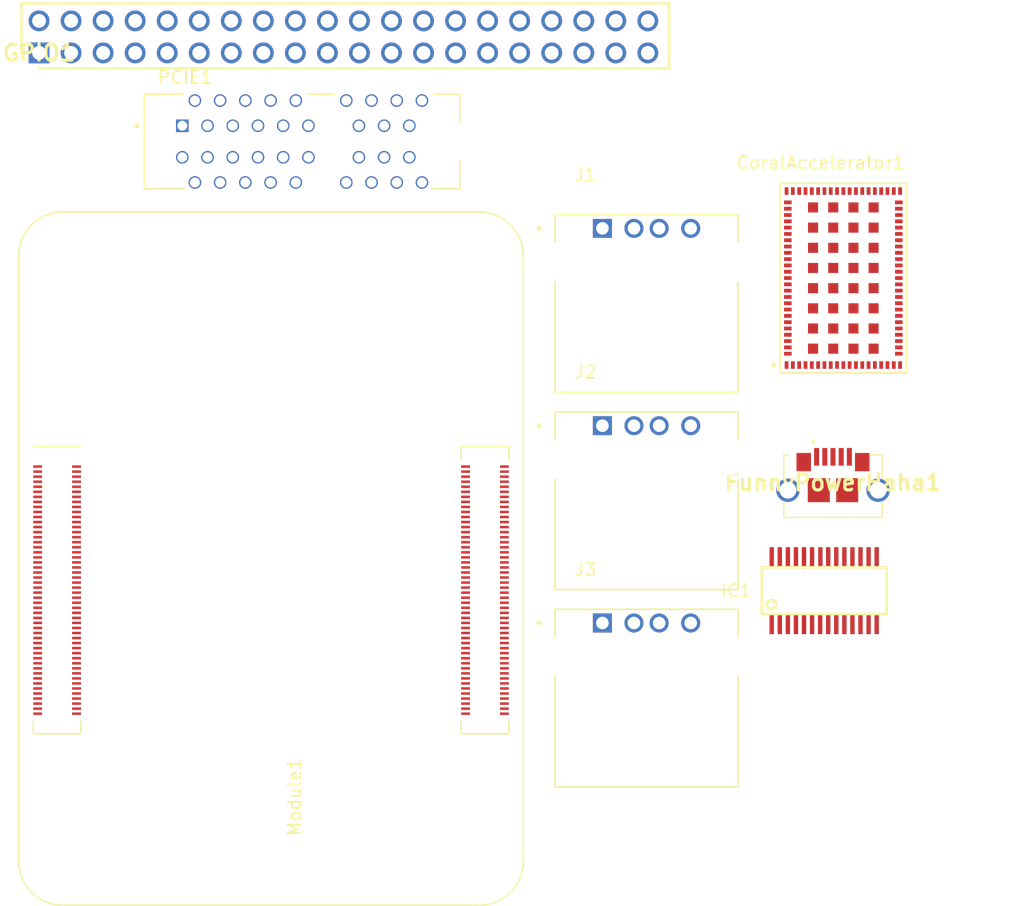
<source format=kicad_pcb>
(kicad_pcb (version 20240108) (generator "pcbnew") (generator_version "8.0")
  (layers (0 "F.Cu" signal) (31 "B.Cu" signal) (34 "B.Paste" user) (35 "F.Paste" user) (36 "B.SilkS" user "B.Silkscreen") (37 "F.SilkS" user "F.Silkscreen") (38 "B.Mask" user) (39 "F.Mask" user) (44 "Edge.Cuts" user))
  (net 0 "")
  (net 1 "GND")
  (net 3 "USB_SUB4_P")
  (net 7 "+3V3")
  (net 20 "USB_SUB4_N")
  (net 28 "+5V")
  (net 34 "GPIO_7")
  (net 36 "GPIO_2")
  (net 37 "GPIO_19")
  (net 39 "GPIO_24")
  (net 40 "GPIO_11")
  (net 42 "GPIO_10")
  (net 43 "GPIO_6")
  (net 45 "GPIO_3")
  (net 46 "GPIO_5")
  (net 47 "GPIO_26")
  (net 48 "GPIO_8")
  (net 49 "GPIO_25")
  (net 50 "GPIO_14")
  (net 51 "GPIO_9")
  (net 52 "GPIO_21")
  (net 54 "GPIO_23")
  (net 55 "GPIO_4")
  (net 56 "GPIO_12")
  (net 58 "GPIO_15")
  (net 59 "GPIO_18")
  (net 60 "GPIO_17")
  (net 62 "GPIO_13")
  (net 63 "GPIO_27")
  (net 64 "GPIO_16")
  (net 65 "GPIO_20")
  (net 66 "GPIO_22")
  (net 70 "USB_SUB3_N")
  (net 71 "USB_SUB1_P")
  (net 73 "USB_SUB2_N")
  (net 75 "USB_MAIN_N")
  (net 80 "USB_SUB3_P")
  (net 84 "USB_SUB1_N")
  (net 87 "BUS_3v3_Out")
  (net 89 "USB_SUB2_P")
  (net 92 "USB_MAIN_P")
  (net 145 "PCIE_Connector_RX_N")
  (net 148 "PCIE_CLK_N")
  (net 152 "PCIE_Connector_TX_P")
  (net 166 "PCIE_Connector_RX_P")
  (net 177 "PCIE_Connector_TX_N")
  (net 179 "PCIE_Reset")
  (net 194 "PCIE_CLK_P")
  (footprint "SeniorDesign_USB_BUS_FE1.1S:FE1.1S_SSOP-28" (layer "F.Cu") (at 114.4816 77.695)
    (property "Reference" "IC1" (at -6.985 0 180) (layer "F.SilkS"))
    (property "Value" "FE1.1S")
    (pad "1" smd rect (at -4.16 2.7) (size 0.35 1.5) (layers "F.Cu" "F.Paste" "F.Mask") (net 1 "GND"))
    (pad "2" smd rect (at -3.52 2.7) (size 0.35 1.5) (layers "F.Cu" "F.Paste" "F.Mask"))
    (pad "3" smd rect (at -2.88 2.7) (size 0.35 1.5) (layers "F.Cu" "F.Paste" "F.Mask"))
    (pad "4" smd rect (at -2.24 2.7) (size 0.35 1.5) (layers "F.Cu" "F.Paste" "F.Mask") (net 20 "USB_SUB4_N"))
    (pad "5" smd rect (at -1.6 2.7) (size 0.35 1.5) (layers "F.Cu" "F.Paste" "F.Mask") (net 3 "USB_SUB4_P"))
    (pad "6" smd rect (at -0.96 2.7) (size 0.35 1.5) (layers "F.Cu" "F.Paste" "F.Mask") (net 70 "USB_SUB3_N"))
    (pad "7" smd rect (at -0.32 2.7) (size 0.35 1.5) (layers "F.Cu" "F.Paste" "F.Mask") (net 80 "USB_SUB3_P"))
    (pad "8" smd rect (at 0.32 2.7) (size 0.35 1.5) (layers "F.Cu" "F.Paste" "F.Mask") (net 73 "USB_SUB2_N"))
    (pad "9" smd rect (at 0.96 2.7) (size 0.35 1.5) (layers "F.Cu" "F.Paste" "F.Mask") (net 89 "USB_SUB2_P"))
    (pad "10" smd rect (at 1.6 2.7) (size 0.35 1.5) (layers "F.Cu" "F.Paste" "F.Mask") (net 84 "USB_SUB1_N"))
    (pad "11" smd rect (at 2.24 2.7) (size 0.35 1.5) (layers "F.Cu" "F.Paste" "F.Mask") (net 71 "USB_SUB1_P"))
    (pad "12" smd rect (at 2.88 2.7) (size 0.35 1.5) (layers "F.Cu" "F.Paste" "F.Mask"))
    (pad "13" smd rect (at 3.52 2.7) (size 0.35 1.5) (layers "F.Cu" "F.Paste" "F.Mask"))
    (pad "14" smd rect (at 4.16 2.7) (size 0.35 1.5) (layers "F.Cu" "F.Paste" "F.Mask"))
    (pad "15" smd rect (at 4.16 -2.7) (size 0.35 1.5) (layers "F.Cu" "F.Paste" "F.Mask") (net 75 "USB_MAIN_N"))
    (pad "16" smd rect (at 3.52 -2.7) (size 0.35 1.5) (layers "F.Cu" "F.Paste" "F.Mask") (net 92 "USB_MAIN_P"))
    (pad "17" smd rect (at 2.88 -2.7) (size 0.35 1.5) (layers "F.Cu" "F.Paste" "F.Mask"))
    (pad "18" smd rect (at 2.24 -2.7) (size 0.35 1.5) (layers "F.Cu" "F.Paste" "F.Mask"))
    (pad "19" smd rect (at 1.6 -2.7) (size 0.35 1.5) (layers "F.Cu" "F.Paste" "F.Mask"))
    (pad "20" smd rect (at 0.96 -2.7) (size 0.35 1.5) (layers "F.Cu" "F.Paste" "F.Mask") (net 28 "+5V"))
    (pad "21" smd rect (at 0.32 -2.7) (size 0.35 1.5) (layers "F.Cu" "F.Paste" "F.Mask") (net 87 "BUS_3v3_Out"))
    (pad "22" smd rect (at -0.3 -2.7) (size 0.35 1.5) (layers "F.Cu" "F.Paste" "F.Mask"))
    (pad "23" smd rect (at -0.96 -2.7) (size 0.35 1.5) (layers "F.Cu" "F.Paste" "F.Mask"))
    (pad "24" smd rect (at -1.6 -2.7) (size 0.35 1.5) (layers "F.Cu" "F.Paste" "F.Mask"))
    (pad "25" smd rect (at -2.24 -2.7) (size 0.35 1.5) (layers "F.Cu" "F.Paste" "F.Mask"))
    (pad "26" smd rect (at -2.88 -2.7) (size 0.35 1.5) (layers "F.Cu" "F.Paste" "F.Mask"))
    (pad "27" smd rect (at -3.52 -2.7) (size 0.35 1.5) (layers "F.Cu" "F.Paste" "F.Mask"))
    (pad "28" smd rect (at -4.16 -2.7) (size 0.35 1.5) (layers "F.Cu" "F.Paste" "F.Mask"))
  )
  (footprint "SeniorDesign_USB-A1HSW6:OST_USB-A1HSW6" (layer "F.Cu") (at 100.4 51.67)
    (property "Reference" "J1" (at -4.835 -6.955 0) (layer "F.SilkS"))
    (property "Value" "USB-A1HSW6")
    (pad "" np_thru_hole circle (at -6.57 0) (size 2.38 2.38) (drill 2.38) (layers "*.Cu" "*.Mask"))
    (pad "" np_thru_hole circle (at 6.57 0) (size 2.38 2.38) (drill 2.38) (layers "*.Cu" "*.Mask"))
    (pad "1" thru_hole rect (at -3.5 -2.71) (size 1.508 1.508) (drill 1) (layers "*.Cu" "*.Mask") (net 87 "BUS_3v3_Out"))
    (pad "2" thru_hole circle (at -1 -2.71) (size 1.508 1.508) (drill 1) (layers "*.Cu" "*.Mask") (net 84 "USB_SUB1_N"))
    (pad "3" thru_hole circle (at 1 -2.71) (size 1.508 1.508) (drill 1) (layers "*.Cu" "*.Mask") (net 71 "USB_SUB1_P"))
    (pad "4" thru_hole circle (at 3.5 -2.71) (size 1.508 1.508) (drill 1) (layers "*.Cu" "*.Mask") (net 1 "GND"))
  )
  (footprint "SeniorDesign_PCIEConnector:AMPHENOL_10082378-11100TLF" (layer "F.Cu") (at 73.095 42.07)
    (property "Reference" "PCIE1" (at -9.28 -5.08 0) (layer "F.SilkS"))
    (property "Value" "10082378-11100TLF")
    (pad "" np_thru_hole circle (at 2.15 0) (size 2.4 2.4) (drill 2.4) (layers "*.Cu" "*.Mask"))
    (pad "" np_thru_hole circle (at 11.3 0) (size 2.4 2.4) (drill 2.4) (layers "*.Cu" "*.Mask"))
    (pad "A1" thru_hole rect (at -9.5 -1.25) (size 1 1) (drill 0.78) (layers "*.Cu" "*.Mask"))
    (pad "A2" thru_hole circle (at -8.5 -3.25) (size 1 1) (drill 0.78) (layers "*.Cu" "*.Mask"))
    (pad "A3" thru_hole circle (at -7.5 -1.25) (size 1 1) (drill 0.78) (layers "*.Cu" "*.Mask"))
    (pad "A4" thru_hole circle (at -6.5 -3.25) (size 1 1) (drill 0.78) (layers "*.Cu" "*.Mask") (net 1 "GND"))
    (pad "A5" thru_hole circle (at -5.5 -1.25) (size 1 1) (drill 0.78) (layers "*.Cu" "*.Mask"))
    (pad "A6" thru_hole circle (at -4.5 -3.25) (size 1 1) (drill 0.78) (layers "*.Cu" "*.Mask"))
    (pad "A7" thru_hole circle (at -3.5 -1.25) (size 1 1) (drill 0.78) (layers "*.Cu" "*.Mask"))
    (pad "A8" thru_hole circle (at -2.5 -3.25) (size 1 1) (drill 0.78) (layers "*.Cu" "*.Mask"))
    (pad "A9" thru_hole circle (at -1.5 -1.25) (size 1 1) (drill 0.78) (layers "*.Cu" "*.Mask") (net 7 "+3V3"))
    (pad "A10" thru_hole circle (at -0.5 -3.25) (size 1 1) (drill 0.78) (layers "*.Cu" "*.Mask") (net 7 "+3V3"))
    (pad "A11" thru_hole circle (at 0.5 -1.25) (size 1 1) (drill 0.78) (layers "*.Cu" "*.Mask") (net 179 "PCIE_Reset"))
    (pad "A12" thru_hole circle (at 3.5 -3.25) (size 1 1) (drill 0.78) (layers "*.Cu" "*.Mask") (net 1 "GND"))
    (pad "A13" thru_hole circle (at 4.5 -1.25) (size 1 1) (drill 0.78) (layers "*.Cu" "*.Mask") (net 194 "PCIE_CLK_P"))
    (pad "A14" thru_hole circle (at 5.5 -3.25) (size 1 1) (drill 0.78) (layers "*.Cu" "*.Mask") (net 148 "PCIE_CLK_N"))
    (pad "A15" thru_hole circle (at 6.5 -1.25) (size 1 1) (drill 0.78) (layers "*.Cu" "*.Mask") (net 1 "GND"))
    (pad "A16" thru_hole circle (at 7.5 -3.25) (size 1 1) (drill 0.78) (layers "*.Cu" "*.Mask") (net 166 "PCIE_Connector_RX_P"))
    (pad "A17" thru_hole circle (at 8.5 -1.25) (size 1 1) (drill 0.78) (layers "*.Cu" "*.Mask") (net 145 "PCIE_Connector_RX_N"))
    (pad "A18" thru_hole circle (at 9.5 -3.25) (size 1 1) (drill 0.78) (layers "*.Cu" "*.Mask") (net 1 "GND"))
    (pad "B1" thru_hole circle (at -9.5 1.25) (size 1 1) (drill 0.78) (layers "*.Cu" "*.Mask"))
    (pad "B2" thru_hole circle (at -8.5 3.25) (size 1 1) (drill 0.78) (layers "*.Cu" "*.Mask"))
    (pad "B3" thru_hole circle (at -7.5 1.25) (size 1 1) (drill 0.78) (layers "*.Cu" "*.Mask"))
    (pad "B4" thru_hole circle (at -6.5 3.25) (size 1 1) (drill 0.78) (layers "*.Cu" "*.Mask") (net 1 "GND"))
    (pad "B5" thru_hole circle (at -5.5 1.25) (size 1 1) (drill 0.78) (layers "*.Cu" "*.Mask"))
    (pad "B6" thru_hole circle (at -4.5 3.25) (size 1 1) (drill 0.78) (layers "*.Cu" "*.Mask"))
    (pad "B7" thru_hole circle (at -3.5 1.25) (size 1 1) (drill 0.78) (layers "*.Cu" "*.Mask"))
    (pad "B8" thru_hole circle (at -2.5 3.25) (size 1 1) (drill 0.78) (layers "*.Cu" "*.Mask") (net 7 "+3V3"))
    (pad "B9" thru_hole circle (at -1.5 1.25) (size 1 1) (drill 0.78) (layers "*.Cu" "*.Mask"))
    (pad "B10" thru_hole circle (at -0.5 3.25) (size 1 1) (drill 0.78) (layers "*.Cu" "*.Mask") (net 7 "+3V3"))
    (pad "B11" thru_hole circle (at 0.5 1.25) (size 1 1) (drill 0.78) (layers "*.Cu" "*.Mask"))
    (pad "B12" thru_hole circle (at 3.5 3.25) (size 1 1) (drill 0.78) (layers "*.Cu" "*.Mask"))
    (pad "B13" thru_hole circle (at 4.5 1.25) (size 1 1) (drill 0.78) (layers "*.Cu" "*.Mask") (net 1 "GND"))
    (pad "B14" thru_hole circle (at 5.5 3.25) (size 1 1) (drill 0.78) (layers "*.Cu" "*.Mask") (net 152 "PCIE_Connector_TX_P"))
    (pad "B15" thru_hole circle (at 6.5 1.25) (size 1 1) (drill 0.78) (layers "*.Cu" "*.Mask") (net 177 "PCIE_Connector_TX_N"))
    (pad "B16" thru_hole circle (at 7.5 3.25) (size 1 1) (drill 0.78) (layers "*.Cu" "*.Mask") (net 1 "GND"))
    (pad "B17" thru_hole circle (at 8.5 1.25) (size 1 1) (drill 0.78) (layers "*.Cu" "*.Mask"))
    (pad "B18" thru_hole circle (at 9.5 3.25) (size 1 1) (drill 0.78) (layers "*.Cu" "*.Mask") (net 1 "GND"))
  )
  (footprint "SeniorDesign_CM4IO:Raspberry-Pi-4-Compute-Module" (layer "F.Cu") (at 54.13 99.155)
    (property "Reference" "Module1" (at 18.38 -5.08 -90) (layer "F.SilkS"))
    (property "Value" "ComputeModule4-CM4")
    (pad "" np_thru_hole circle (at 0 -48) (size 2.7 2.7) (drill 2.7) (layers "*.Cu" "*.Mask") (clearance 1.7))
    (pad "" np_thru_hole circle (at 0 0) (size 2.7 2.7) (drill 2.7) (layers "*.Cu" "*.Mask") (clearance 1.7))
    (pad "" np_thru_hole circle (at 33 -48) (size 2.7 2.7) (drill 2.7) (layers "*.Cu" "*.Mask") (clearance 1.7))
    (pad "" np_thru_hole circle (at 33 0) (size 2.7 2.7) (drill 2.7) (layers "*.Cu" "*.Mask") (clearance 1.7))
    (pad "1" smd rect (at -2 -31.3 270) (size 0.2 0.7) (layers "F.Cu" "F.Paste" "F.Mask") (net 1 "GND"))
    (pad "2" smd rect (at 1.08 -31.3 270) (size 0.2 0.7) (layers "F.Cu" "F.Paste" "F.Mask") (net 1 "GND"))
    (pad "3" smd rect (at -2 -30.9 270) (size 0.2 0.7) (layers "F.Cu" "F.Paste" "F.Mask"))
    (pad "4" smd rect (at 1.08 -30.9 270) (size 0.2 0.7) (layers "F.Cu" "F.Paste" "F.Mask"))
    (pad "5" smd rect (at -2 -30.5 270) (size 0.2 0.7) (layers "F.Cu" "F.Paste" "F.Mask"))
    (pad "6" smd rect (at 1.08 -30.5 270) (size 0.2 0.7) (layers "F.Cu" "F.Paste" "F.Mask"))
    (pad "7" smd rect (at -2 -30.1 270) (size 0.2 0.7) (layers "F.Cu" "F.Paste" "F.Mask") (net 1 "GND"))
    (pad "8" smd rect (at 1.08 -30.1 270) (size 0.2 0.7) (layers "F.Cu" "F.Paste" "F.Mask") (net 1 "GND"))
    (pad "9" smd rect (at -2 -29.7 270) (size 0.2 0.7) (layers "F.Cu" "F.Paste" "F.Mask"))
    (pad "10" smd rect (at 1.08 -29.7 270) (size 0.2 0.7) (layers "F.Cu" "F.Paste" "F.Mask"))
    (pad "11" smd rect (at -2 -29.3 270) (size 0.2 0.7) (layers "F.Cu" "F.Paste" "F.Mask"))
    (pad "12" smd rect (at 1.08 -29.3 270) (size 0.2 0.7) (layers "F.Cu" "F.Paste" "F.Mask"))
    (pad "13" smd rect (at -2 -28.9 270) (size 0.2 0.7) (layers "F.Cu" "F.Paste" "F.Mask") (net 1 "GND"))
    (pad "14" smd rect (at 1.08 -28.9 270) (size 0.2 0.7) (layers "F.Cu" "F.Paste" "F.Mask") (net 1 "GND"))
    (pad "15" smd rect (at -2 -28.5 270) (size 0.2 0.7) (layers "F.Cu" "F.Paste" "F.Mask"))
    (pad "16" smd rect (at 1.08 -28.5 270) (size 0.2 0.7) (layers "F.Cu" "F.Paste" "F.Mask"))
    (pad "17" smd rect (at -2 -28.1 270) (size 0.2 0.7) (layers "F.Cu" "F.Paste" "F.Mask"))
    (pad "18" smd rect (at 1.08 -28.1 270) (size 0.2 0.7) (layers "F.Cu" "F.Paste" "F.Mask"))
    (pad "19" smd rect (at -2 -27.7 270) (size 0.2 0.7) (layers "F.Cu" "F.Paste" "F.Mask"))
    (pad "20" smd rect (at 1.08 -27.7 270) (size 0.2 0.7) (layers "F.Cu" "F.Paste" "F.Mask"))
    (pad "21" smd rect (at -2 -27.3 270) (size 0.2 0.7) (layers "F.Cu" "F.Paste" "F.Mask"))
    (pad "22" smd rect (at 1.08 -27.3 270) (size 0.2 0.7) (layers "F.Cu" "F.Paste" "F.Mask") (net 1 "GND"))
    (pad "23" smd rect (at -2 -26.9 270) (size 0.2 0.7) (layers "F.Cu" "F.Paste" "F.Mask") (net 1 "GND"))
    (pad "24" smd rect (at 1.08 -26.9 270) (size 0.2 0.7) (layers "F.Cu" "F.Paste" "F.Mask") (net 47 "GPIO_26"))
    (pad "25" smd rect (at -2 -26.5 270) (size 0.2 0.7) (layers "F.Cu" "F.Paste" "F.Mask") (net 52 "GPIO_21"))
    (pad "26" smd rect (at 1.08 -26.5 270) (size 0.2 0.7) (layers "F.Cu" "F.Paste" "F.Mask") (net 37 "GPIO_19"))
    (pad "27" smd rect (at -2 -26.1 270) (size 0.2 0.7) (layers "F.Cu" "F.Paste" "F.Mask") (net 65 "GPIO_20"))
    (pad "28" smd rect (at 1.08 -26.1 270) (size 0.2 0.7) (layers "F.Cu" "F.Paste" "F.Mask") (net 62 "GPIO_13"))
    (pad "29" smd rect (at -2 -25.7 270) (size 0.2 0.7) (layers "F.Cu" "F.Paste" "F.Mask") (net 64 "GPIO_16"))
    (pad "30" smd rect (at 1.08 -25.7 270) (size 0.2 0.7) (layers "F.Cu" "F.Paste" "F.Mask") (net 43 "GPIO_6"))
    (pad "31" smd rect (at -2 -25.3 270) (size 0.2 0.7) (layers "F.Cu" "F.Paste" "F.Mask") (net 56 "GPIO_12"))
    (pad "32" smd rect (at 1.08 -25.3 270) (size 0.2 0.7) (layers "F.Cu" "F.Paste" "F.Mask") (net 1 "GND"))
    (pad "33" smd rect (at -2 -24.9 270) (size 0.2 0.7) (layers "F.Cu" "F.Paste" "F.Mask") (net 1 "GND"))
    (pad "34" smd rect (at 1.08 -24.9 270) (size 0.2 0.7) (layers "F.Cu" "F.Paste" "F.Mask") (net 46 "GPIO_5"))
    (pad "35" smd rect (at -2 -24.5 270) (size 0.2 0.7) (layers "F.Cu" "F.Paste" "F.Mask"))
    (pad "36" smd rect (at 1.08 -24.5 270) (size 0.2 0.7) (layers "F.Cu" "F.Paste" "F.Mask"))
    (pad "37" smd rect (at -2 -24.1 270) (size 0.2 0.7) (layers "F.Cu" "F.Paste" "F.Mask") (net 34 "GPIO_7"))
    (pad "38" smd rect (at 1.08 -24.1 270) (size 0.2 0.7) (layers "F.Cu" "F.Paste" "F.Mask") (net 40 "GPIO_11"))
    (pad "39" smd rect (at -2 -23.7 270) (size 0.2 0.7) (layers "F.Cu" "F.Paste" "F.Mask") (net 48 "GPIO_8"))
    (pad "40" smd rect (at 1.08 -23.7 270) (size 0.2 0.7) (layers "F.Cu" "F.Paste" "F.Mask") (net 51 "GPIO_9"))
    (pad "41" smd rect (at -2 -23.3 270) (size 0.2 0.7) (layers "F.Cu" "F.Paste" "F.Mask") (net 49 "GPIO_25"))
    (pad "42" smd rect (at 1.08 -23.3 270) (size 0.2 0.7) (layers "F.Cu" "F.Paste" "F.Mask") (net 1 "GND"))
    (pad "43" smd rect (at -2 -22.9 270) (size 0.2 0.7) (layers "F.Cu" "F.Paste" "F.Mask") (net 1 "GND"))
    (pad "44" smd rect (at 1.08 -22.9 270) (size 0.2 0.7) (layers "F.Cu" "F.Paste" "F.Mask") (net 42 "GPIO_10"))
    (pad "45" smd rect (at -2 -22.5 270) (size 0.2 0.7) (layers "F.Cu" "F.Paste" "F.Mask") (net 39 "GPIO_24"))
    (pad "46" smd rect (at 1.08 -22.5 270) (size 0.2 0.7) (layers "F.Cu" "F.Paste" "F.Mask") (net 66 "GPIO_22"))
    (pad "47" smd rect (at -2 -22.1 270) (size 0.2 0.7) (layers "F.Cu" "F.Paste" "F.Mask") (net 54 "GPIO_23"))
    (pad "48" smd rect (at 1.08 -22.1 270) (size 0.2 0.7) (layers "F.Cu" "F.Paste" "F.Mask") (net 63 "GPIO_27"))
    (pad "49" smd rect (at -2 -21.7 270) (size 0.2 0.7) (layers "F.Cu" "F.Paste" "F.Mask") (net 59 "GPIO_18"))
    (pad "50" smd rect (at 1.08 -21.7 270) (size 0.2 0.7) (layers "F.Cu" "F.Paste" "F.Mask") (net 60 "GPIO_17"))
    (pad "51" smd rect (at -2 -21.3 270) (size 0.2 0.7) (layers "F.Cu" "F.Paste" "F.Mask") (net 58 "GPIO_15"))
    (pad "52" smd rect (at 1.08 -21.3 270) (size 0.2 0.7) (layers "F.Cu" "F.Paste" "F.Mask") (net 1 "GND"))
    (pad "53" smd rect (at -2 -20.9 270) (size 0.2 0.7) (layers "F.Cu" "F.Paste" "F.Mask") (net 1 "GND"))
    (pad "54" smd rect (at 1.08 -20.9 270) (size 0.2 0.7) (layers "F.Cu" "F.Paste" "F.Mask") (net 55 "GPIO_4"))
    (pad "55" smd rect (at -2 -20.5 270) (size 0.2 0.7) (layers "F.Cu" "F.Paste" "F.Mask") (net 50 "GPIO_14"))
    (pad "56" smd rect (at 1.08 -20.5 270) (size 0.2 0.7) (layers "F.Cu" "F.Paste" "F.Mask") (net 45 "GPIO_3"))
    (pad "57" smd rect (at -2 -20.1 270) (size 0.2 0.7) (layers "F.Cu" "F.Paste" "F.Mask"))
    (pad "58" smd rect (at 1.08 -20.1 270) (size 0.2 0.7) (layers "F.Cu" "F.Paste" "F.Mask") (net 36 "GPIO_2"))
    (pad "59" smd rect (at -2 -19.7 270) (size 0.2 0.7) (layers "F.Cu" "F.Paste" "F.Mask") (net 1 "GND"))
    (pad "60" smd rect (at 1.08 -19.7 270) (size 0.2 0.7) (layers "F.Cu" "F.Paste" "F.Mask") (net 1 "GND"))
    (pad "61" smd rect (at -2 -19.3 270) (size 0.2 0.7) (layers "F.Cu" "F.Paste" "F.Mask"))
    (pad "62" smd rect (at 1.08 -19.3 270) (size 0.2 0.7) (layers "F.Cu" "F.Paste" "F.Mask"))
    (pad "63" smd rect (at -2 -18.9 270) (size 0.2 0.7) (layers "F.Cu" "F.Paste" "F.Mask"))
    (pad "64" smd rect (at 1.08 -18.9 270) (size 0.2 0.7) (layers "F.Cu" "F.Paste" "F.Mask"))
    (pad "65" smd rect (at -2 -18.5 270) (size 0.2 0.7) (layers "F.Cu" "F.Paste" "F.Mask") (net 1 "GND"))
    (pad "66" smd rect (at 1.08 -18.5 270) (size 0.2 0.7) (layers "F.Cu" "F.Paste" "F.Mask") (net 1 "GND"))
    (pad "67" smd rect (at -2 -18.1 270) (size 0.2 0.7) (layers "F.Cu" "F.Paste" "F.Mask"))
    (pad "68" smd rect (at 1.08 -18.1 270) (size 0.2 0.7) (layers "F.Cu" "F.Paste" "F.Mask"))
    (pad "69" smd rect (at -2 -17.7 270) (size 0.2 0.7) (layers "F.Cu" "F.Paste" "F.Mask"))
    (pad "70" smd rect (at 1.08 -17.7 270) (size 0.2 0.7) (layers "F.Cu" "F.Paste" "F.Mask"))
    (pad "71" smd rect (at -2 -17.3 270) (size 0.2 0.7) (layers "F.Cu" "F.Paste" "F.Mask") (net 1 "GND"))
    (pad "72" smd rect (at 1.08 -17.3 270) (size 0.2 0.7) (layers "F.Cu" "F.Paste" "F.Mask"))
    (pad "73" smd rect (at -2 -16.9 270) (size 0.2 0.7) (layers "F.Cu" "F.Paste" "F.Mask"))
    (pad "74" smd rect (at 1.08 -16.9 270) (size 0.2 0.7) (layers "F.Cu" "F.Paste" "F.Mask") (net 1 "GND"))
    (pad "75" smd rect (at -2 -16.5 270) (size 0.2 0.7) (layers "F.Cu" "F.Paste" "F.Mask"))
    (pad "76" smd rect (at 1.08 -16.5 270) (size 0.2 0.7) (layers "F.Cu" "F.Paste" "F.Mask"))
    (pad "77" smd rect (at -2 -16.1 270) (size 0.2 0.7) (layers "F.Cu" "F.Paste" "F.Mask"))
    (pad "78" smd rect (at 1.08 -16.1 270) (size 0.2 0.7) (layers "F.Cu" "F.Paste" "F.Mask"))
    (pad "79" smd rect (at -2 -15.7 270) (size 0.2 0.7) (layers "F.Cu" "F.Paste" "F.Mask") (net 28 "+5V"))
    (pad "80" smd rect (at 1.08 -15.7 270) (size 0.2 0.7) (layers "F.Cu" "F.Paste" "F.Mask"))
    (pad "81" smd rect (at -2 -15.3 270) (size 0.2 0.7) (layers "F.Cu" "F.Paste" "F.Mask"))
    (pad "82" smd rect (at 1.08 -15.3 270) (size 0.2 0.7) (layers "F.Cu" "F.Paste" "F.Mask"))
    (pad "83" smd rect (at -2 -14.9 270) (size 0.2 0.7) (layers "F.Cu" "F.Paste" "F.Mask"))
    (pad "84" smd rect (at 1.08 -14.9 270) (size 0.2 0.7) (layers "F.Cu" "F.Paste" "F.Mask"))
    (pad "85" smd rect (at -2 -14.5 270) (size 0.2 0.7) (layers "F.Cu" "F.Paste" "F.Mask"))
    (pad "86" smd rect (at 1.08 -14.5 270) (size 0.2 0.7) (layers "F.Cu" "F.Paste" "F.Mask") (net 7 "+3V3"))
    (pad "87" smd rect (at -2 -14.1 270) (size 0.2 0.7) (layers "F.Cu" "F.Paste" "F.Mask"))
    (pad "88" smd rect (at 1.08 -14.1 270) (size 0.2 0.7) (layers "F.Cu" "F.Paste" "F.Mask"))
    (pad "89" smd rect (at -2 -13.7 270) (size 0.2 0.7) (layers "F.Cu" "F.Paste" "F.Mask"))
    (pad "90" smd rect (at 1.08 -13.7 270) (size 0.2 0.7) (layers "F.Cu" "F.Paste" "F.Mask"))
    (pad "91" smd rect (at -2 -13.3 270) (size 0.2 0.7) (layers "F.Cu" "F.Paste" "F.Mask"))
    (pad "92" smd rect (at 1.08 -13.3 270) (size 0.2 0.7) (layers "F.Cu" "F.Paste" "F.Mask"))
    (pad "93" smd rect (at -2 -12.9 270) (size 0.2 0.7) (layers "F.Cu" "F.Paste" "F.Mask"))
    (pad "94" smd rect (at 1.08 -12.9 270) (size 0.2 0.7) (layers "F.Cu" "F.Paste" "F.Mask"))
    (pad "95" smd rect (at -2 -12.5 270) (size 0.2 0.7) (layers "F.Cu" "F.Paste" "F.Mask"))
    (pad "96" smd rect (at 1.08 -12.5 270) (size 0.2 0.7) (layers "F.Cu" "F.Paste" "F.Mask"))
    (pad "97" smd rect (at -2 -12.1 270) (size 0.2 0.7) (layers "F.Cu" "F.Paste" "F.Mask"))
    (pad "98" smd rect (at 1.08 -12.1 270) (size 0.2 0.7) (layers "F.Cu" "F.Paste" "F.Mask") (net 1 "GND"))
    (pad "99" smd rect (at -2 -11.7 270) (size 0.2 0.7) (layers "F.Cu" "F.Paste" "F.Mask"))
    (pad "100" smd rect (at 1.08 -11.7 270) (size 0.2 0.7) (layers "F.Cu" "F.Paste" "F.Mask"))
    (pad "101" smd rect (at 31.92 -31.3 270) (size 0.2 0.7) (layers "F.Cu" "F.Paste" "F.Mask"))
    (pad "102" smd rect (at 35 -31.3 270) (size 0.2 0.7) (layers "F.Cu" "F.Paste" "F.Mask"))
    (pad "103" smd rect (at 31.92 -30.9 270) (size 0.2 0.7) (layers "F.Cu" "F.Paste" "F.Mask") (net 75 "USB_MAIN_N"))
    (pad "104" smd rect (at 35 -30.9 270) (size 0.2 0.7) (layers "F.Cu" "F.Paste" "F.Mask"))
    (pad "105" smd rect (at 31.92 -30.5 270) (size 0.2 0.7) (layers "F.Cu" "F.Paste" "F.Mask") (net 92 "USB_MAIN_P"))
    (pad "106" smd rect (at 35 -30.5 270) (size 0.2 0.7) (layers "F.Cu" "F.Paste" "F.Mask"))
    (pad "107" smd rect (at 31.92 -30.1 270) (size 0.2 0.7) (layers "F.Cu" "F.Paste" "F.Mask") (net 1 "GND"))
    (pad "108" smd rect (at 35 -30.1 270) (size 0.2 0.7) (layers "F.Cu" "F.Paste" "F.Mask") (net 1 "GND"))
    (pad "109" smd rect (at 31.92 -29.7 270) (size 0.2 0.7) (layers "F.Cu" "F.Paste" "F.Mask") (net 179 "PCIE_Reset"))
    (pad "110" smd rect (at 35 -29.7 270) (size 0.2 0.7) (layers "F.Cu" "F.Paste" "F.Mask") (net 194 "PCIE_CLK_P"))
    (pad "111" smd rect (at 31.92 -29.3 270) (size 0.2 0.7) (layers "F.Cu" "F.Paste" "F.Mask"))
    (pad "112" smd rect (at 35 -29.3 270) (size 0.2 0.7) (layers "F.Cu" "F.Paste" "F.Mask") (net 148 "PCIE_CLK_N"))
    (pad "113" smd rect (at 31.92 -28.9 270) (size 0.2 0.7) (layers "F.Cu" "F.Paste" "F.Mask") (net 1 "GND"))
    (pad "114" smd rect (at 35 -28.9 270) (size 0.2 0.7) (layers "F.Cu" "F.Paste" "F.Mask") (net 1 "GND"))
    (pad "115" smd rect (at 31.92 -28.5 270) (size 0.2 0.7) (layers "F.Cu" "F.Paste" "F.Mask"))
    (pad "116" smd rect (at 35 -28.5 270) (size 0.2 0.7) (layers "F.Cu" "F.Paste" "F.Mask") (net 152 "PCIE_Connector_TX_P"))
    (pad "117" smd rect (at 31.92 -28.1 270) (size 0.2 0.7) (layers "F.Cu" "F.Paste" "F.Mask"))
    (pad "118" smd rect (at 35 -28.1 270) (size 0.2 0.7) (layers "F.Cu" "F.Paste" "F.Mask") (net 177 "PCIE_Connector_TX_N"))
    (pad "119" smd rect (at 31.92 -27.7 270) (size 0.2 0.7) (layers "F.Cu" "F.Paste" "F.Mask") (net 1 "GND"))
    (pad "120" smd rect (at 35 -27.7 270) (size 0.2 0.7) (layers "F.Cu" "F.Paste" "F.Mask") (net 1 "GND"))
    (pad "121" smd rect (at 31.92 -27.3 270) (size 0.2 0.7) (layers "F.Cu" "F.Paste" "F.Mask"))
    (pad "122" smd rect (at 35 -27.3 270) (size 0.2 0.7) (layers "F.Cu" "F.Paste" "F.Mask") (net 166 "PCIE_Connector_RX_P"))
    (pad "123" smd rect (at 31.92 -26.9 270) (size 0.2 0.7) (layers "F.Cu" "F.Paste" "F.Mask"))
    (pad "124" smd rect (at 35 -26.9 270) (size 0.2 0.7) (layers "F.Cu" "F.Paste" "F.Mask") (net 145 "PCIE_Connector_RX_N"))
    (pad "125" smd rect (at 31.92 -26.5 270) (size 0.2 0.7) (layers "F.Cu" "F.Paste" "F.Mask") (net 1 "GND"))
    (pad "126" smd rect (at 35 -26.5 270) (size 0.2 0.7) (layers "F.Cu" "F.Paste" "F.Mask") (net 1 "GND"))
    (pad "127" smd rect (at 31.92 -26.1 270) (size 0.2 0.7) (layers "F.Cu" "F.Paste" "F.Mask"))
    (pad "128" smd rect (at 35 -26.1 270) (size 0.2 0.7) (layers "F.Cu" "F.Paste" "F.Mask"))
    (pad "129" smd rect (at 31.92 -25.7 270) (size 0.2 0.7) (layers "F.Cu" "F.Paste" "F.Mask"))
    (pad "130" smd rect (at 35 -25.7 270) (size 0.2 0.7) (layers "F.Cu" "F.Paste" "F.Mask"))
    (pad "131" smd rect (at 31.92 -25.3 270) (size 0.2 0.7) (layers "F.Cu" "F.Paste" "F.Mask") (net 1 "GND"))
    (pad "132" smd rect (at 35 -25.3 270) (size 0.2 0.7) (layers "F.Cu" "F.Paste" "F.Mask") (net 1 "GND"))
    (pad "133" smd rect (at 31.92 -24.9 270) (size 0.2 0.7) (layers "F.Cu" "F.Paste" "F.Mask"))
    (pad "134" smd rect (at 35 -24.9 270) (size 0.2 0.7) (layers "F.Cu" "F.Paste" "F.Mask"))
    (pad "135" smd rect (at 31.92 -24.5 270) (size 0.2 0.7) (layers "F.Cu" "F.Paste" "F.Mask"))
    (pad "136" smd rect (at 35 -24.5 270) (size 0.2 0.7) (layers "F.Cu" "F.Paste" "F.Mask"))
    (pad "137" smd rect (at 31.92 -24.1 270) (size 0.2 0.7) (layers "F.Cu" "F.Paste" "F.Mask") (net 1 "GND"))
    (pad "138" smd rect (at 35 -24.1 270) (size 0.2 0.7) (layers "F.Cu" "F.Paste" "F.Mask") (net 1 "GND"))
    (pad "139" smd rect (at 31.92 -23.7 270) (size 0.2 0.7) (layers "F.Cu" "F.Paste" "F.Mask"))
    (pad "140" smd rect (at 35 -23.7 270) (size 0.2 0.7) (layers "F.Cu" "F.Paste" "F.Mask"))
    (pad "141" smd rect (at 31.92 -23.3 270) (size 0.2 0.7) (layers "F.Cu" "F.Paste" "F.Mask"))
    (pad "142" smd rect (at 35 -23.3 270) (size 0.2 0.7) (layers "F.Cu" "F.Paste" "F.Mask"))
    (pad "143" smd rect (at 31.92 -22.9 270) (size 0.2 0.7) (layers "F.Cu" "F.Paste" "F.Mask"))
    (pad "144" smd rect (at 35 -22.9 270) (size 0.2 0.7) (layers "F.Cu" "F.Paste" "F.Mask") (net 1 "GND"))
    (pad "145" smd rect (at 31.92 -22.5 270) (size 0.2 0.7) (layers "F.Cu" "F.Paste" "F.Mask"))
    (pad "146" smd rect (at 35 -22.5 270) (size 0.2 0.7) (layers "F.Cu" "F.Paste" "F.Mask"))
    (pad "147" smd rect (at 31.92 -22.1 270) (size 0.2 0.7) (layers "F.Cu" "F.Paste" "F.Mask"))
    (pad "148" smd rect (at 35 -22.1 270) (size 0.2 0.7) (layers "F.Cu" "F.Paste" "F.Mask"))
    (pad "149" smd rect (at 31.92 -21.7 270) (size 0.2 0.7) (layers "F.Cu" "F.Paste" "F.Mask"))
    (pad "150" smd rect (at 35 -21.7 270) (size 0.2 0.7) (layers "F.Cu" "F.Paste" "F.Mask") (net 1 "GND"))
    (pad "151" smd rect (at 31.92 -21.3 270) (size 0.2 0.7) (layers "F.Cu" "F.Paste" "F.Mask"))
    (pad "152" smd rect (at 35 -21.3 270) (size 0.2 0.7) (layers "F.Cu" "F.Paste" "F.Mask"))
    (pad "153" smd rect (at 31.92 -20.9 270) (size 0.2 0.7) (layers "F.Cu" "F.Paste" "F.Mask"))
    (pad "154" smd rect (at 35 -20.9 270) (size 0.2 0.7) (layers "F.Cu" "F.Paste" "F.Mask"))
    (pad "155" smd rect (at 31.92 -20.5 270) (size 0.2 0.7) (layers "F.Cu" "F.Paste" "F.Mask") (net 1 "GND"))
    (pad "156" smd rect (at 35 -20.5 270) (size 0.2 0.7) (layers "F.Cu" "F.Paste" "F.Mask") (net 1 "GND"))
    (pad "157" smd rect (at 31.92 -20.1 270) (size 0.2 0.7) (layers "F.Cu" "F.Paste" "F.Mask"))
    (pad "158" smd rect (at 35 -20.1 270) (size 0.2 0.7) (layers "F.Cu" "F.Paste" "F.Mask"))
    (pad "159" smd rect (at 31.92 -19.7 270) (size 0.2 0.7) (layers "F.Cu" "F.Paste" "F.Mask"))
    (pad "160" smd rect (at 35 -19.7 270) (size 0.2 0.7) (layers "F.Cu" "F.Paste" "F.Mask"))
    (pad "161" smd rect (at 31.92 -19.3 270) (size 0.2 0.7) (layers "F.Cu" "F.Paste" "F.Mask") (net 1 "GND"))
    (pad "162" smd rect (at 35 -19.3 270) (size 0.2 0.7) (layers "F.Cu" "F.Paste" "F.Mask") (net 1 "GND"))
    (pad "163" smd rect (at 31.92 -18.9 270) (size 0.2 0.7) (layers "F.Cu" "F.Paste" "F.Mask"))
    (pad "164" smd rect (at 35 -18.9 270) (size 0.2 0.7) (layers "F.Cu" "F.Paste" "F.Mask"))
    (pad "165" smd rect (at 31.92 -18.5 270) (size 0.2 0.7) (layers "F.Cu" "F.Paste" "F.Mask"))
    (pad "166" smd rect (at 35 -18.5 270) (size 0.2 0.7) (layers "F.Cu" "F.Paste" "F.Mask"))
    (pad "167" smd rect (at 31.92 -18.1 270) (size 0.2 0.7) (layers "F.Cu" "F.Paste" "F.Mask") (net 1 "GND"))
    (pad "168" smd rect (at 35 -18.1 270) (size 0.2 0.7) (layers "F.Cu" "F.Paste" "F.Mask") (net 1 "GND"))
    (pad "169" smd rect (at 31.92 -17.7 270) (size 0.2 0.7) (layers "F.Cu" "F.Paste" "F.Mask"))
    (pad "170" smd rect (at 35 -17.7 270) (size 0.2 0.7) (layers "F.Cu" "F.Paste" "F.Mask"))
    (pad "171" smd rect (at 31.92 -17.3 270) (size 0.2 0.7) (layers "F.Cu" "F.Paste" "F.Mask"))
    (pad "172" smd rect (at 35 -17.3 270) (size 0.2 0.7) (layers "F.Cu" "F.Paste" "F.Mask"))
    (pad "173" smd rect (at 31.92 -16.9 270) (size 0.2 0.7) (layers "F.Cu" "F.Paste" "F.Mask") (net 1 "GND"))
    (pad "174" smd rect (at 35 -16.9 270) (size 0.2 0.7) (layers "F.Cu" "F.Paste" "F.Mask") (net 1 "GND"))
    (pad "175" smd rect (at 31.92 -16.5 270) (size 0.2 0.7) (layers "F.Cu" "F.Paste" "F.Mask"))
    (pad "176" smd rect (at 35 -16.5 270) (size 0.2 0.7) (layers "F.Cu" "F.Paste" "F.Mask"))
    (pad "177" smd rect (at 31.92 -16.1 270) (size 0.2 0.7) (layers "F.Cu" "F.Paste" "F.Mask"))
    (pad "178" smd rect (at 35 -16.1 270) (size 0.2 0.7) (layers "F.Cu" "F.Paste" "F.Mask"))
    (pad "179" smd rect (at 31.92 -15.7 270) (size 0.2 0.7) (layers "F.Cu" "F.Paste" "F.Mask") (net 1 "GND"))
    (pad "180" smd rect (at 35 -15.7 270) (size 0.2 0.7) (layers "F.Cu" "F.Paste" "F.Mask") (net 1 "GND"))
    (pad "181" smd rect (at 31.92 -15.3 270) (size 0.2 0.7) (layers "F.Cu" "F.Paste" "F.Mask"))
    (pad "182" smd rect (at 35 -15.3 270) (size 0.2 0.7) (layers "F.Cu" "F.Paste" "F.Mask"))
    (pad "183" smd rect (at 31.92 -14.9 270) (size 0.2 0.7) (layers "F.Cu" "F.Paste" "F.Mask"))
    (pad "184" smd rect (at 35 -14.9 270) (size 0.2 0.7) (layers "F.Cu" "F.Paste" "F.Mask"))
    (pad "185" smd rect (at 31.92 -14.5 270) (size 0.2 0.7) (layers "F.Cu" "F.Paste" "F.Mask") (net 1 "GND"))
    (pad "186" smd rect (at 35 -14.5 270) (size 0.2 0.7) (layers "F.Cu" "F.Paste" "F.Mask") (net 1 "GND"))
    (pad "187" smd rect (at 31.92 -14.1 270) (size 0.2 0.7) (layers "F.Cu" "F.Paste" "F.Mask"))
    (pad "188" smd rect (at 35 -14.1 270) (size 0.2 0.7) (layers "F.Cu" "F.Paste" "F.Mask"))
    (pad "189" smd rect (at 31.92 -13.7 270) (size 0.2 0.7) (layers "F.Cu" "F.Paste" "F.Mask"))
    (pad "190" smd rect (at 35 -13.7 270) (size 0.2 0.7) (layers "F.Cu" "F.Paste" "F.Mask"))
    (pad "191" smd rect (at 31.92 -13.3 270) (size 0.2 0.7) (layers "F.Cu" "F.Paste" "F.Mask") (net 1 "GND"))
    (pad "192" smd rect (at 35 -13.3 270) (size 0.2 0.7) (layers "F.Cu" "F.Paste" "F.Mask") (net 1 "GND"))
    (pad "193" smd rect (at 31.92 -12.9 270) (size 0.2 0.7) (layers "F.Cu" "F.Paste" "F.Mask"))
    (pad "194" smd rect (at 35 -12.9 270) (size 0.2 0.7) (layers "F.Cu" "F.Paste" "F.Mask"))
    (pad "195" smd rect (at 31.92 -12.5 270) (size 0.2 0.7) (layers "F.Cu" "F.Paste" "F.Mask"))
    (pad "196" smd rect (at 35 -12.5 270) (size 0.2 0.7) (layers "F.Cu" "F.Paste" "F.Mask"))
    (pad "197" smd rect (at 31.92 -12.1 270) (size 0.2 0.7) (layers "F.Cu" "F.Paste" "F.Mask") (net 1 "GND"))
    (pad "198" smd rect (at 35 -12.1 270) (size 0.2 0.7) (layers "F.Cu" "F.Paste" "F.Mask") (net 1 "GND"))
    (pad "199" smd rect (at 31.92 -11.7 270) (size 0.2 0.7) (layers "F.Cu" "F.Paste" "F.Mask"))
    (pad "200" smd rect (at 35 -11.7 270) (size 0.2 0.7) (layers "F.Cu" "F.Paste" "F.Mask"))
  )
  (footprint "SeniorDesign_USB-A1HSW6:OST_USB-A1HSW6" (layer "F.Cu") (at 100.4 67.32)
    (property "Reference" "J2" (at -4.835 -6.955 0) (layer "F.SilkS"))
    (property "Value" "USB-A1HSW6")
    (pad "" np_thru_hole circle (at -6.57 0) (size 2.38 2.38) (drill 2.38) (layers "*.Cu" "*.Mask"))
    (pad "" np_thru_hole circle (at 6.57 0) (size 2.38 2.38) (drill 2.38) (layers "*.Cu" "*.Mask"))
    (pad "1" thru_hole rect (at -3.5 -2.71) (size 1.508 1.508) (drill 1) (layers "*.Cu" "*.Mask") (net 87 "BUS_3v3_Out"))
    (pad "2" thru_hole circle (at -1 -2.71) (size 1.508 1.508) (drill 1) (layers "*.Cu" "*.Mask") (net 73 "USB_SUB2_N"))
    (pad "3" thru_hole circle (at 1 -2.71) (size 1.508 1.508) (drill 1) (layers "*.Cu" "*.Mask") (net 89 "USB_SUB2_P"))
    (pad "4" thru_hole circle (at 3.5 -2.71) (size 1.508 1.508) (drill 1) (layers "*.Cu" "*.Mask") (net 1 "GND"))
  )
  (footprint "SeniorDesign_USB-A1HSW6:OST_USB-A1HSW6" (layer "F.Cu") (at 100.4 82.97)
    (property "Reference" "J3" (at -4.835 -6.955 0) (layer "F.SilkS"))
    (property "Value" "USB-A1HSW6")
    (pad "" np_thru_hole circle (at -6.57 0) (size 2.38 2.38) (drill 2.38) (layers "*.Cu" "*.Mask"))
    (pad "" np_thru_hole circle (at 6.57 0) (size 2.38 2.38) (drill 2.38) (layers "*.Cu" "*.Mask"))
    (pad "1" thru_hole rect (at -3.5 -2.71) (size 1.508 1.508) (drill 1) (layers "*.Cu" "*.Mask") (net 87 "BUS_3v3_Out"))
    (pad "2" thru_hole circle (at -1 -2.71) (size 1.508 1.508) (drill 1) (layers "*.Cu" "*.Mask") (net 70 "USB_SUB3_N"))
    (pad "3" thru_hole circle (at 1 -2.71) (size 1.508 1.508) (drill 1) (layers "*.Cu" "*.Mask") (net 80 "USB_SUB3_P"))
    (pad "4" thru_hole circle (at 3.5 -2.71) (size 1.508 1.508) (drill 1) (layers "*.Cu" "*.Mask") (net 1 "GND"))
  )
  (footprint "SeniorDesign_USB_Micro:USB307530A" (layer "F.Cu") (at 115.18 69.73)
    (property "Reference" "FunnyPowerHaha1" (at 0 -0.6 0) (layer "F.SilkS") (effects (font (size 1.27 1.27) (thickness 0.254))))
    (property "Value" "USB3075-30-A" (hide yes))
    (pad "1" smd rect (at -1.3 -2.65) (size 0.4 1.4) (layers "F.Cu" "F.Paste" "F.Mask") (net 28 "+5V"))
    (pad "2" smd rect (at -0.65 -2.65) (size 0.4 1.4) (layers "F.Cu" "F.Paste" "F.Mask"))
    (pad "3" smd rect (at 0 -2.65) (size 0.4 1.4) (layers "F.Cu" "F.Paste" "F.Mask"))
    (pad "4" smd rect (at 0.65 -2.65) (size 0.4 1.4) (layers "F.Cu" "F.Paste" "F.Mask"))
    (pad "5" smd rect (at 1.3 -2.65) (size 0.4 1.4) (layers "F.Cu" "F.Paste" "F.Mask") (net 1 "GND"))
    (pad "MH1" thru_hole circle (at -3.575 0) (size 1.85 1.85) (drill 1.3285) (layers "*.Cu" "*.Mask"))
    (pad "MH2" thru_hole circle (at 3.575 0) (size 1.85 1.85) (drill 1.3285) (layers "*.Cu" "*.Mask"))
    (pad "MP1" smd rect (at -1.125 0) (size 1.75 1.9) (layers "F.Cu" "F.Paste" "F.Mask"))
    (pad "MP2" smd rect (at 1.125 0) (size 1.75 1.9) (layers "F.Cu" "F.Paste" "F.Mask"))
    (pad "MP3" smd rect (at -2.32 -2.23) (size 1.15 1.45) (layers "F.Cu" "F.Paste" "F.Mask"))
    (pad "MP4" smd rect (at 2.32 -2.23) (size 1.15 1.45) (layers "F.Cu" "F.Paste" "F.Mask"))
  )
  (footprint "SeniorDesign_GPIO_Stacking_Header_F:RHDR40W64P254X254_2X20_5105X500X865P" (layer "F.Cu") (at 52.24 35.04)
    (property "Reference" "GPIO1" (at 0 0 0) (layer "F.SilkS") (effects (font (size 1.27 1.27) (thickness 0.254))))
    (property "Value" "2223" (hide yes))
    (pad "1" thru_hole rect (at 0 0) (size 1.65 1.65) (drill 1.1) (layers "*.Cu" "*.Mask") (net 1 "GND"))
    (pad "2" thru_hole circle (at 0 -2.54) (size 1.65 1.65) (drill 1.1) (layers "*.Cu" "*.Mask") (net 36 "GPIO_2"))
    (pad "3" thru_hole circle (at 2.54 0) (size 1.65 1.65) (drill 1.1) (layers "*.Cu" "*.Mask") (net 45 "GPIO_3"))
    (pad "4" thru_hole circle (at 2.54 -2.54) (size 1.65 1.65) (drill 1.1) (layers "*.Cu" "*.Mask") (net 55 "GPIO_4"))
    (pad "5" thru_hole circle (at 5.08 0) (size 1.65 1.65) (drill 1.1) (layers "*.Cu" "*.Mask") (net 46 "GPIO_5"))
    (pad "6" thru_hole circle (at 5.08 -2.54) (size 1.65 1.65) (drill 1.1) (layers "*.Cu" "*.Mask") (net 43 "GPIO_6"))
    (pad "7" thru_hole circle (at 7.62 0) (size 1.65 1.65) (drill 1.1) (layers "*.Cu" "*.Mask") (net 34 "GPIO_7"))
    (pad "8" thru_hole circle (at 7.62 -2.54) (size 1.65 1.65) (drill 1.1) (layers "*.Cu" "*.Mask") (net 48 "GPIO_8"))
    (pad "9" thru_hole circle (at 10.16 0) (size 1.65 1.65) (drill 1.1) (layers "*.Cu" "*.Mask") (net 51 "GPIO_9"))
    (pad "10" thru_hole circle (at 10.16 -2.54) (size 1.65 1.65) (drill 1.1) (layers "*.Cu" "*.Mask") (net 42 "GPIO_10"))
    (pad "11" thru_hole circle (at 12.7 0) (size 1.65 1.65) (drill 1.1) (layers "*.Cu" "*.Mask") (net 40 "GPIO_11"))
    (pad "12" thru_hole circle (at 12.7 -2.54) (size 1.65 1.65) (drill 1.1) (layers "*.Cu" "*.Mask") (net 56 "GPIO_12"))
    (pad "13" thru_hole circle (at 15.24 0) (size 1.65 1.65) (drill 1.1) (layers "*.Cu" "*.Mask") (net 62 "GPIO_13"))
    (pad "14" thru_hole circle (at 15.24 -2.54) (size 1.65 1.65) (drill 1.1) (layers "*.Cu" "*.Mask") (net 50 "GPIO_14"))
    (pad "15" thru_hole circle (at 17.78 0) (size 1.65 1.65) (drill 1.1) (layers "*.Cu" "*.Mask") (net 58 "GPIO_15"))
    (pad "16" thru_hole circle (at 17.78 -2.54) (size 1.65 1.65) (drill 1.1) (layers "*.Cu" "*.Mask") (net 64 "GPIO_16"))
    (pad "17" thru_hole circle (at 20.32 0) (size 1.65 1.65) (drill 1.1) (layers "*.Cu" "*.Mask") (net 60 "GPIO_17"))
    (pad "18" thru_hole circle (at 20.32 -2.54) (size 1.65 1.65) (drill 1.1) (layers "*.Cu" "*.Mask") (net 59 "GPIO_18"))
    (pad "19" thru_hole circle (at 22.86 0) (size 1.65 1.65) (drill 1.1) (layers "*.Cu" "*.Mask") (net 37 "GPIO_19"))
    (pad "20" thru_hole circle (at 22.86 -2.54) (size 1.65 1.65) (drill 1.1) (layers "*.Cu" "*.Mask") (net 65 "GPIO_20"))
    (pad "21" thru_hole circle (at 25.4 0) (size 1.65 1.65) (drill 1.1) (layers "*.Cu" "*.Mask") (net 52 "GPIO_21"))
    (pad "22" thru_hole circle (at 25.4 -2.54) (size 1.65 1.65) (drill 1.1) (layers "*.Cu" "*.Mask") (net 66 "GPIO_22"))
    (pad "23" thru_hole circle (at 27.94 0) (size 1.65 1.65) (drill 1.1) (layers "*.Cu" "*.Mask") (net 54 "GPIO_23"))
    (pad "24" thru_hole circle (at 27.94 -2.54) (size 1.65 1.65) (drill 1.1) (layers "*.Cu" "*.Mask") (net 39 "GPIO_24"))
    (pad "25" thru_hole circle (at 30.48 0) (size 1.65 1.65) (drill 1.1) (layers "*.Cu" "*.Mask") (net 49 "GPIO_25"))
    (pad "26" thru_hole circle (at 30.48 -2.54) (size 1.65 1.65) (drill 1.1) (layers "*.Cu" "*.Mask") (net 47 "GPIO_26"))
    (pad "27" thru_hole circle (at 33.02 0) (size 1.65 1.65) (drill 1.1) (layers "*.Cu" "*.Mask") (net 63 "GPIO_27"))
    (pad "28" thru_hole circle (at 33.02 -2.54) (size 1.65 1.65) (drill 1.1) (layers "*.Cu" "*.Mask"))
    (pad "29" thru_hole circle (at 35.56 0) (size 1.65 1.65) (drill 1.1) (layers "*.Cu" "*.Mask"))
    (pad "30" thru_hole circle (at 35.56 -2.54) (size 1.65 1.65) (drill 1.1) (layers "*.Cu" "*.Mask"))
    (pad "31" thru_hole circle (at 38.1 0) (size 1.65 1.65) (drill 1.1) (layers "*.Cu" "*.Mask"))
    (pad "32" thru_hole circle (at 38.1 -2.54) (size 1.65 1.65) (drill 1.1) (layers "*.Cu" "*.Mask"))
    (pad "33" thru_hole circle (at 40.64 0) (size 1.65 1.65) (drill 1.1) (layers "*.Cu" "*.Mask"))
    (pad "34" thru_hole circle (at 40.64 -2.54) (size 1.65 1.65) (drill 1.1) (layers "*.Cu" "*.Mask"))
    (pad "35" thru_hole circle (at 43.18 0) (size 1.65 1.65) (drill 1.1) (layers "*.Cu" "*.Mask"))
    (pad "36" thru_hole circle (at 43.18 -2.54) (size 1.65 1.65) (drill 1.1) (layers "*.Cu" "*.Mask"))
    (pad "37" thru_hole circle (at 45.72 0) (size 1.65 1.65) (drill 1.1) (layers "*.Cu" "*.Mask"))
    (pad "38" thru_hole circle (at 45.72 -2.54) (size 1.65 1.65) (drill 1.1) (layers "*.Cu" "*.Mask") (net 7 "+3V3"))
    (pad "39" thru_hole circle (at 48.26 0) (size 1.65 1.65) (drill 1.1) (layers "*.Cu" "*.Mask") (net 1 "GND"))
    (pad "40" thru_hole circle (at 48.26 -2.54) (size 1.65 1.65) (drill 1.1) (layers "*.Cu" "*.Mask") (net 28 "+5V"))
  )
  (footprint "SeniorDesign_Coral_Accelerator_Module_F:MODULE_G313-06329-00" (layer "F.Cu") (at 116 52.9)
    (property "Reference" "CoralAccelerator1" (at -1.825 -9.135 0) (layer "F.SilkS"))
    (property "Value" "G313-06329-00")
    (pad "1" smd rect (at -4.5 6.9) (size 0.3 0.6) (layers "F.Cu" "F.Paste" "F.Mask") (net 1 "GND"))
    (pad "2" smd rect (at -4 6.9) (size 0.3 0.6) (layers "F.Cu" "F.Paste" "F.Mask") (net 1 "GND"))
    (pad "3" smd rect (at -3.5 6.9) (size 0.3 0.6) (layers "F.Cu" "F.Paste" "F.Mask") (net 1 "GND"))
    (pad "4" smd rect (at -3 6.9) (size 0.3 0.6) (layers "F.Cu" "F.Paste" "F.Mask"))
    (pad "5" smd rect (at -2.5 6.9) (size 0.3 0.6) (layers "F.Cu" "F.Paste" "F.Mask"))
    (pad "6" smd rect (at -2 6.9) (size 0.3 0.6) (layers "F.Cu" "F.Paste" "F.Mask") (net 1 "GND"))
    (pad "7" smd rect (at -1.5 6.9) (size 0.3 0.6) (layers "F.Cu" "F.Paste" "F.Mask"))
    (pad "8" smd rect (at -1 6.9) (size 0.3 0.6) (layers "F.Cu" "F.Paste" "F.Mask"))
    (pad "9" smd rect (at -0.5 6.9) (size 0.3 0.6) (layers "F.Cu" "F.Paste" "F.Mask") (net 1 "GND"))
    (pad "10" smd rect (at 0 6.9) (size 0.3 0.6) (layers "F.Cu" "F.Paste" "F.Mask"))
    (pad "11" smd rect (at 0.5 6.9) (size 0.3 0.6) (layers "F.Cu" "F.Paste" "F.Mask"))
    (pad "12" smd rect (at 1 6.9) (size 0.3 0.6) (layers "F.Cu" "F.Paste" "F.Mask") (net 1 "GND"))
    (pad "13" smd rect (at 1.5 6.9) (size 0.3 0.6) (layers "F.Cu" "F.Paste" "F.Mask") (net 3 "USB_SUB4_P"))
    (pad "14" smd rect (at 2 6.9) (size 0.3 0.6) (layers "F.Cu" "F.Paste" "F.Mask") (net 20 "USB_SUB4_N"))
    (pad "15" smd rect (at 2.5 6.9) (size 0.3 0.6) (layers "F.Cu" "F.Paste" "F.Mask") (net 1 "GND"))
    (pad "16" smd rect (at 3 6.9) (size 0.3 0.6) (layers "F.Cu" "F.Paste" "F.Mask") (net 1 "GND"))
    (pad "17" smd rect (at 3.5 6.9) (size 0.3 0.6) (layers "F.Cu" "F.Paste" "F.Mask") (net 1 "GND"))
    (pad "18" smd rect (at 4 6.9) (size 0.3 0.6) (layers "F.Cu" "F.Paste" "F.Mask") (net 1 "GND"))
    (pad "19" smd rect (at 4.5 6.9) (size 0.3 0.6) (layers "F.Cu" "F.Paste" "F.Mask") (net 1 "GND"))
    (pad "20" smd rect (at 4.4 6) (size 0.6 0.3) (layers "F.Cu" "F.Paste" "F.Mask") (net 1 "GND"))
    (pad "21" smd rect (at 4.4 5.5) (size 0.6 0.3) (layers "F.Cu" "F.Paste" "F.Mask") (net 1 "GND"))
    (pad "22" smd rect (at 4.4 5) (size 0.6 0.3) (layers "F.Cu" "F.Paste" "F.Mask") (net 1 "GND"))
    (pad "23" smd rect (at 4.4 4.5) (size 0.6 0.3) (layers "F.Cu" "F.Paste" "F.Mask") (net 1 "GND"))
    (pad "24" smd rect (at 4.4 4) (size 0.6 0.3) (layers "F.Cu" "F.Paste" "F.Mask") (net 1 "GND"))
    (pad "25" smd rect (at 4.4 3.5) (size 0.6 0.3) (layers "F.Cu" "F.Paste" "F.Mask") (net 1 "GND"))
    (pad "26" smd rect (at 4.4 3) (size 0.6 0.3) (layers "F.Cu" "F.Paste" "F.Mask") (net 1 "GND"))
    (pad "27" smd rect (at 4.4 2.5) (size 0.6 0.3) (layers "F.Cu" "F.Paste" "F.Mask") (net 1 "GND"))
    (pad "28" smd rect (at 4.4 2) (size 0.6 0.3) (layers "F.Cu" "F.Paste" "F.Mask") (net 1 "GND"))
    (pad "29" smd rect (at 4.4 1.5) (size 0.6 0.3) (layers "F.Cu" "F.Paste" "F.Mask") (net 1 "GND"))
    (pad "30" smd rect (at 4.4 1) (size 0.6 0.3) (layers "F.Cu" "F.Paste" "F.Mask") (net 1 "GND"))
    (pad "31" smd rect (at 4.4 0.5) (size 0.6 0.3) (layers "F.Cu" "F.Paste" "F.Mask") (net 1 "GND"))
    (pad "32" smd rect (at 4.4 0) (size 0.6 0.3) (layers "F.Cu" "F.Paste" "F.Mask") (net 1 "GND"))
    (pad "33" smd rect (at 4.4 -0.5) (size 0.6 0.3) (layers "F.Cu" "F.Paste" "F.Mask") (net 1 "GND"))
    (pad "34" smd rect (at 4.4 -1) (size 0.6 0.3) (layers "F.Cu" "F.Paste" "F.Mask") (net 1 "GND"))
    (pad "35" smd rect (at 4.4 -1.5) (size 0.6 0.3) (layers "F.Cu" "F.Paste" "F.Mask") (net 1 "GND"))
    (pad "36" smd rect (at 4.4 -2) (size 0.6 0.3) (layers "F.Cu" "F.Paste" "F.Mask") (net 1 "GND"))
    (pad "37" smd rect (at 4.4 -2.5) (size 0.6 0.3) (layers "F.Cu" "F.Paste" "F.Mask"))
    (pad "38" smd rect (at 4.4 -3) (size 0.6 0.3) (layers "F.Cu" "F.Paste" "F.Mask") (net 1 "GND"))
    (pad "39" smd rect (at 4.4 -3.5) (size 0.6 0.3) (layers "F.Cu" "F.Paste" "F.Mask") (net 1 "GND"))
    (pad "40" smd rect (at 4.4 -4) (size 0.6 0.3) (layers "F.Cu" "F.Paste" "F.Mask") (net 1 "GND"))
    (pad "41" smd rect (at 4.4 -4.5) (size 0.6 0.3) (layers "F.Cu" "F.Paste" "F.Mask") (net 1 "GND"))
    (pad "42" smd rect (at 4.4 -5) (size 0.6 0.3) (layers "F.Cu" "F.Paste" "F.Mask") (net 1 "GND"))
    (pad "43" smd rect (at 4.4 -5.5) (size 0.6 0.3) (layers "F.Cu" "F.Paste" "F.Mask") (net 1 "GND"))
    (pad "44" smd rect (at 4.4 -6) (size 0.6 0.3) (layers "F.Cu" "F.Paste" "F.Mask") (net 1 "GND"))
    (pad "45" smd rect (at 4.5 -6.9) (size 0.3 0.6) (layers "F.Cu" "F.Paste" "F.Mask") (net 1 "GND"))
    (pad "46" smd rect (at 4 -6.9) (size 0.3 0.6) (layers "F.Cu" "F.Paste" "F.Mask") (net 1 "GND"))
    (pad "47" smd rect (at 3.5 -6.9) (size 0.3 0.6) (layers "F.Cu" "F.Paste" "F.Mask") (net 1 "GND"))
    (pad "48" smd rect (at 3 -6.9) (size 0.3 0.6) (layers "F.Cu" "F.Paste" "F.Mask") (net 1 "GND"))
    (pad "49" smd rect (at 2.5 -6.9) (size 0.3 0.6) (layers "F.Cu" "F.Paste" "F.Mask"))
    (pad "50" smd rect (at 2 -6.9) (size 0.3 0.6) (layers "F.Cu" "F.Paste" "F.Mask"))
    (pad "51" smd rect (at 1.5 -6.9) (size 0.3 0.6) (layers "F.Cu" "F.Paste" "F.Mask") (net 1 "GND"))
    (pad "52" smd rect (at 1 -6.9) (size 0.3 0.6) (layers "F.Cu" "F.Paste" "F.Mask"))
    (pad "53" smd rect (at 0.5 -6.9) (size 0.3 0.6) (layers "F.Cu" "F.Paste" "F.Mask"))
    (pad "54" smd rect (at 0 -6.9) (size 0.3 0.6) (layers "F.Cu" "F.Paste" "F.Mask"))
    (pad "55" smd rect (at -0.5 -6.9) (size 0.3 0.6) (layers "F.Cu" "F.Paste" "F.Mask") (net 1 "GND"))
    (pad "56" smd rect (at -1 -6.9) (size 0.3 0.6) (layers "F.Cu" "F.Paste" "F.Mask") (net 7 "+3V3"))
    (pad "57" smd rect (at -1.5 -6.9) (size 0.3 0.6) (layers "F.Cu" "F.Paste" "F.Mask") (net 7 "+3V3"))
    (pad "58" smd rect (at -2 -6.9) (size 0.3 0.6) (layers "F.Cu" "F.Paste" "F.Mask") (net 7 "+3V3"))
    (pad "59" smd rect (at -2.5 -6.9) (size 0.3 0.6) (layers "F.Cu" "F.Paste" "F.Mask") (net 7 "+3V3"))
    (pad "60" smd rect (at -3 -6.9) (size 0.3 0.6) (layers "F.Cu" "F.Paste" "F.Mask") (net 7 "+3V3"))
    (pad "61" smd rect (at -3.5 -6.9) (size 0.3 0.6) (layers "F.Cu" "F.Paste" "F.Mask") (net 7 "+3V3"))
    (pad "62" smd rect (at -4 -6.9) (size 0.3 0.6) (layers "F.Cu" "F.Paste" "F.Mask") (net 7 "+3V3"))
    (pad "63" smd rect (at -4.5 -6.9) (size 0.3 0.6) (layers "F.Cu" "F.Paste" "F.Mask") (net 7 "+3V3"))
    (pad "64" smd rect (at -4.4 -6) (size 0.6 0.3) (layers "F.Cu" "F.Paste" "F.Mask") (net 7 "+3V3"))
    (pad "65" smd rect (at -4.4 -5.5) (size 0.6 0.3) (layers "F.Cu" "F.Paste" "F.Mask") (net 7 "+3V3"))
    (pad "66" smd rect (at -4.4 -5) (size 0.6 0.3) (layers "F.Cu" "F.Paste" "F.Mask") (net 7 "+3V3"))
    (pad "67" smd rect (at -4.4 -4.5) (size 0.6 0.3) (layers "F.Cu" "F.Paste" "F.Mask") (net 7 "+3V3"))
    (pad "68" smd rect (at -4.4 -4) (size 0.6 0.3) (layers "F.Cu" "F.Paste" "F.Mask") (net 1 "GND"))
    (pad "69" smd rect (at -4.4 -3.5) (size 0.6 0.3) (layers "F.Cu" "F.Paste" "F.Mask") (net 1 "GND"))
    (pad "70" smd rect (at -4.4 -3) (size 0.6 0.3) (layers "F.Cu" "F.Paste" "F.Mask") (net 1 "GND"))
    (pad "71" smd rect (at -4.4 -2.5) (size 0.6 0.3) (layers "F.Cu" "F.Paste" "F.Mask") (net 1 "GND"))
    (pad "72" smd rect (at -4.4 -2) (size 0.6 0.3) (layers "F.Cu" "F.Paste" "F.Mask") (net 1 "GND"))
    (pad "73" smd rect (at -4.4 -1.5) (size 0.6 0.3) (layers "F.Cu" "F.Paste" "F.Mask") (net 1 "GND"))
    (pad "74" smd rect (at -4.4 -1) (size 0.6 0.3) (layers "F.Cu" "F.Paste" "F.Mask") (net 1 "GND"))
    (pad "75" smd rect (at -4.4 -0.5) (size 0.6 0.3) (layers "F.Cu" "F.Paste" "F.Mask") (net 1 "GND"))
    (pad "76" smd rect (at -4.4 0) (size 0.6 0.3) (layers "F.Cu" "F.Paste" "F.Mask"))
    (pad "77" smd rect (at -4.4 0.5) (size 0.6 0.3) (layers "F.Cu" "F.Paste" "F.Mask"))
    (pad "78" smd rect (at -4.4 1) (size 0.6 0.3) (layers "F.Cu" "F.Paste" "F.Mask"))
    (pad "79" smd rect (at -4.4 1.5) (size 0.6 0.3) (layers "F.Cu" "F.Paste" "F.Mask") (net 1 "GND"))
    (pad "80" smd rect (at -4.4 2) (size 0.6 0.3) (layers "F.Cu" "F.Paste" "F.Mask") (net 1 "GND"))
    (pad "81" smd rect (at -4.4 2.5) (size 0.6 0.3) (layers "F.Cu" "F.Paste" "F.Mask") (net 1 "GND"))
    (pad "82" smd rect (at -4.4 3) (size 0.6 0.3) (layers "F.Cu" "F.Paste" "F.Mask"))
    (pad "83" smd rect (at -4.4 3.5) (size 0.6 0.3) (layers "F.Cu" "F.Paste" "F.Mask"))
    (pad "84" smd rect (at -4.4 4) (size 0.6 0.3) (layers "F.Cu" "F.Paste" "F.Mask"))
    (pad "85" smd rect (at -4.4 4.5) (size 0.6 0.3) (layers "F.Cu" "F.Paste" "F.Mask"))
    (pad "86" smd rect (at -4.4 5) (size 0.6 0.3) (layers "F.Cu" "F.Paste" "F.Mask") (net 1 "GND"))
    (pad "87" smd rect (at -4.4 5.5) (size 0.6 0.3) (layers "F.Cu" "F.Paste" "F.Mask") (net 1 "GND"))
    (pad "88" smd rect (at -4.4 6) (size 0.6 0.3) (layers "F.Cu" "F.Paste" "F.Mask") (net 1 "GND"))
    (pad "89" smd rect (at -2.4 -5.6) (size 0.8 0.8) (layers "F.Cu" "F.Paste" "F.Mask") (net 1 "GND"))
    (pad "90" smd rect (at -2.4 -4) (size 0.8 0.8) (layers "F.Cu" "F.Paste" "F.Mask") (net 1 "GND"))
    (pad "91" smd rect (at -2.4 -2.4) (size 0.8 0.8) (layers "F.Cu" "F.Paste" "F.Mask") (net 1 "GND"))
    (pad "92" smd rect (at -2.4 -0.8) (size 0.8 0.8) (layers "F.Cu" "F.Paste" "F.Mask") (net 1 "GND"))
    (pad "93" smd rect (at -2.4 0.8) (size 0.8 0.8) (layers "F.Cu" "F.Paste" "F.Mask") (net 1 "GND"))
    (pad "94" smd rect (at -2.4 2.4) (size 0.8 0.8) (layers "F.Cu" "F.Paste" "F.Mask") (net 1 "GND"))
    (pad "95" smd rect (at -2.4 4) (size 0.8 0.8) (layers "F.Cu" "F.Paste" "F.Mask") (net 1 "GND"))
    (pad "96" smd rect (at -2.4 5.6) (size 0.8 0.8) (layers "F.Cu" "F.Paste" "F.Mask") (net 1 "GND"))
    (pad "97" smd rect (at -0.8 -5.6) (size 0.8 0.8) (layers "F.Cu" "F.Paste" "F.Mask") (net 1 "GND"))
    (pad "98" smd rect (at -0.8 -4) (size 0.8 0.8) (layers "F.Cu" "F.Paste" "F.Mask") (net 1 "GND"))
    (pad "99" smd rect (at -0.8 -2.4) (size 0.8 0.8) (layers "F.Cu" "F.Paste" "F.Mask") (net 1 "GND"))
    (pad "100" smd rect (at -0.8 -0.8) (size 0.8 0.8) (layers "F.Cu" "F.Paste" "F.Mask") (net 1 "GND"))
    (pad "101" smd rect (at -0.8 0.8) (size 0.8 0.8) (layers "F.Cu" "F.Paste" "F.Mask") (net 1 "GND"))
    (pad "102" smd rect (at -0.8 2.4) (size 0.8 0.8) (layers "F.Cu" "F.Paste" "F.Mask") (net 1 "GND"))
    (pad "103" smd rect (at -0.8 4) (size 0.8 0.8) (layers "F.Cu" "F.Paste" "F.Mask") (net 1 "GND"))
    (pad "104" smd rect (at -0.8 5.6) (size 0.8 0.8) (layers "F.Cu" "F.Paste" "F.Mask") (net 1 "GND"))
    (pad "105" smd rect (at 0.8 -5.6) (size 0.8 0.8) (layers "F.Cu" "F.Paste" "F.Mask") (net 1 "GND"))
    (pad "106" smd rect (at 0.8 -4) (size 0.8 0.8) (layers "F.Cu" "F.Paste" "F.Mask") (net 1 "GND"))
    (pad "107" smd rect (at 0.8 -2.4) (size 0.8 0.8) (layers "F.Cu" "F.Paste" "F.Mask") (net 1 "GND"))
    (pad "108" smd rect (at 0.8 -0.8) (size 0.8 0.8) (layers "F.Cu" "F.Paste" "F.Mask") (net 1 "GND"))
    (pad "109" smd rect (at 0.8 0.8) (size 0.8 0.8) (layers "F.Cu" "F.Paste" "F.Mask") (net 1 "GND"))
    (pad "110" smd rect (at 0.8 2.4) (size 0.8 0.8) (layers "F.Cu" "F.Paste" "F.Mask") (net 1 "GND"))
    (pad "111" smd rect (at 0.8 4) (size 0.8 0.8) (layers "F.Cu" "F.Paste" "F.Mask") (net 1 "GND"))
    (pad "112" smd rect (at 0.8 5.6) (size 0.8 0.8) (layers "F.Cu" "F.Paste" "F.Mask") (net 1 "GND"))
    (pad "113" smd rect (at 2.4 -5.6) (size 0.8 0.8) (layers "F.Cu" "F.Paste" "F.Mask") (net 1 "GND"))
    (pad "114" smd rect (at 2.4 -4) (size 0.8 0.8) (layers "F.Cu" "F.Paste" "F.Mask") (net 1 "GND"))
    (pad "115" smd rect (at 2.4 -2.4) (size 0.8 0.8) (layers "F.Cu" "F.Paste" "F.Mask") (net 1 "GND"))
    (pad "116" smd rect (at 2.4 -0.8) (size 0.8 0.8) (layers "F.Cu" "F.Paste" "F.Mask") (net 1 "GND"))
    (pad "117" smd rect (at 2.4 0.8) (size 0.8 0.8) (layers "F.Cu" "F.Paste" "F.Mask") (net 1 "GND"))
    (pad "118" smd rect (at 2.4 2.4) (size 0.8 0.8) (layers "F.Cu" "F.Paste" "F.Mask") (net 1 "GND"))
    (pad "119" smd rect (at 2.4 4) (size 0.8 0.8) (layers "F.Cu" "F.Paste" "F.Mask") (net 1 "GND"))
    (pad "120" smd rect (at 2.4 5.6) (size 0.8 0.8) (layers "F.Cu" "F.Paste" "F.Mask") (net 1 "GND"))
  )
)
</source>
